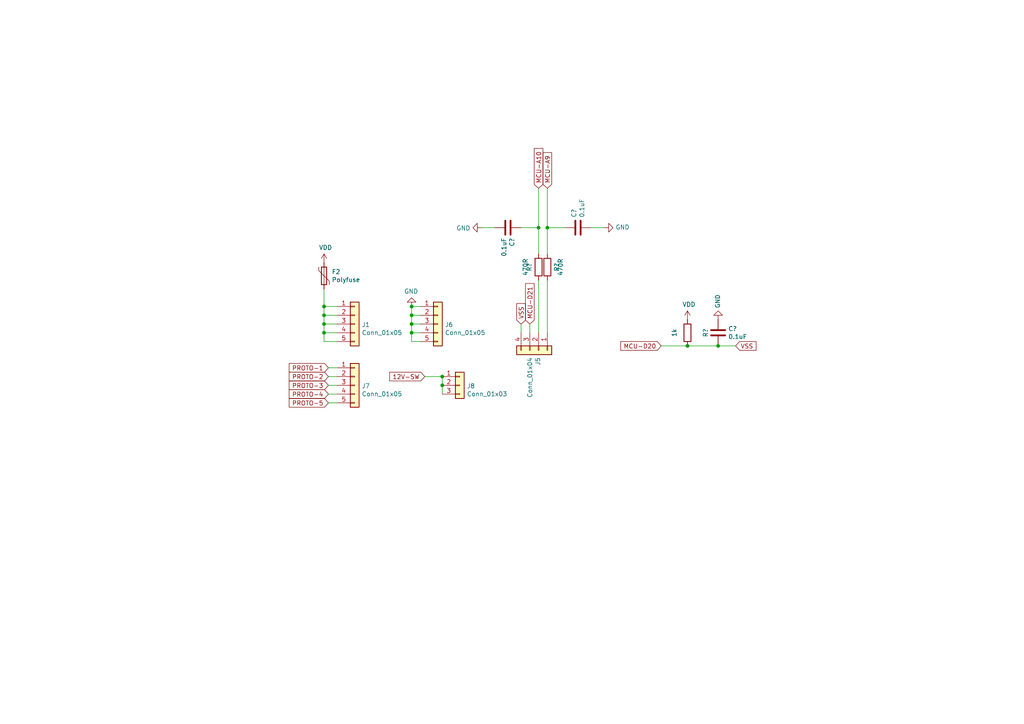
<source format=kicad_sch>
(kicad_sch (version 20250114) (generator "eeschema") (generator_version "9.0")
  (paper "A4")
  (title_block (title "0.4") (date "2021-03-27") (rev "4d") (company "Speeduino"))
  (lib_symbols
    (symbol "Connector_Generic:Conn_01x03" (pin_names (offset 1.016) (hide yes))
      (property "Reference" "J" (at 0 5.08 0))
      (property "Value" "Conn_01x03" (at 0 -5.08 0))
      (symbol "Conn_01x03_1_1"
        (rectangle (start -1.27 3.81) (end 1.27 -3.81) (stroke (width 0.254)) (fill (type background)))
        (rectangle (start -1.27 2.667) (end 0 2.413) (stroke (width 0.1524)))
        (rectangle (start -1.27 0.127) (end 0 -0.127) (stroke (width 0.1524)))
        (rectangle (start -1.27 -2.413) (end 0 -2.667) (stroke (width 0.1524)))
        (pin passive line (at -5.08 2.54 0) (length 3.81) (name "Pin_1") (number "1"))
        (pin passive line (at -5.08 0 0) (length 3.81) (name "Pin_2") (number "2"))
        (pin passive line (at -5.08 -2.54 0) (length 3.81) (name "Pin_3") (number "3"))
      )
    )
    (symbol "Connector_Generic:Conn_01x04" (pin_names (offset 1.016) (hide yes))
      (property "Reference" "J" (at 0 5.08 0))
      (property "Value" "Conn_01x04" (at 0 -7.62 0))
      (symbol "Conn_01x04_1_1"
        (rectangle (start -1.27 3.81) (end 1.27 -6.35) (stroke (width 0.254)) (fill (type background)))
        (rectangle (start -1.27 2.667) (end 0 2.413) (stroke (width 0.1524)))
        (rectangle (start -1.27 0.127) (end 0 -0.127) (stroke (width 0.1524)))
        (rectangle (start -1.27 -2.413) (end 0 -2.667) (stroke (width 0.1524)))
        (rectangle (start -1.27 -4.953) (end 0 -5.207) (stroke (width 0.1524)))
        (pin passive line (at -5.08 2.54 0) (length 3.81) (name "Pin_1") (number "1"))
        (pin passive line (at -5.08 0 0) (length 3.81) (name "Pin_2") (number "2"))
        (pin passive line (at -5.08 -2.54 0) (length 3.81) (name "Pin_3") (number "3"))
        (pin passive line (at -5.08 -5.08 0) (length 3.81) (name "Pin_4") (number "4"))
      )
    )
    (symbol "Connector_Generic:Conn_01x05" (pin_names (offset 1.016) (hide yes))
      (property "Reference" "J" (at 0 7.62 0))
      (property "Value" "Conn_01x05" (at 0 -7.62 0))
      (symbol "Conn_01x05_1_1"
        (rectangle (start -1.27 6.35) (end 1.27 -6.35) (stroke (width 0.254)) (fill (type background)))
        (rectangle (start -1.27 5.207) (end 0 4.953) (stroke (width 0.1524)))
        (rectangle (start -1.27 2.667) (end 0 2.413) (stroke (width 0.1524)))
        (rectangle (start -1.27 0.127) (end 0 -0.127) (stroke (width 0.1524)))
        (rectangle (start -1.27 -2.413) (end 0 -2.667) (stroke (width 0.1524)))
        (rectangle (start -1.27 -4.953) (end 0 -5.207) (stroke (width 0.1524)))
        (pin passive line (at -5.08 5.08 0) (length 3.81) (name "Pin_1") (number "1"))
        (pin passive line (at -5.08 2.54 0) (length 3.81) (name "Pin_2") (number "2"))
        (pin passive line (at -5.08 0 0) (length 3.81) (name "Pin_3") (number "3"))
        (pin passive line (at -5.08 -2.54 0) (length 3.81) (name "Pin_4") (number "4"))
        (pin passive line (at -5.08 -5.08 0) (length 3.81) (name "Pin_5") (number "5"))
      )
    )
    (symbol "Device:C" (pin_numbers (hide yes)) (pin_names (offset 0.254))
      (property "Reference" "C" (at 0.635 2.54 0))
      (property "Value" "C" (at 0.635 -2.54 0))
      (symbol "C_0_1"
        (polyline (pts (xy -2.032 0.762) (xy 2.032 0.762)) (stroke (width 0.508)))
        (polyline (pts (xy -2.032 -0.762) (xy 2.032 -0.762)) (stroke (width 0.508)))
      )
      (symbol "C_1_1"
        (pin passive line (at 0 3.81 270) (length 2.794) (name "~") (number "1"))
        (pin passive line (at 0 -3.81 90) (length 2.794) (name "~") (number "2"))
      )
    )
    (symbol "Device:Polyfuse" (pin_numbers (hide yes)) (pin_names (offset 0))
      (property "Reference" "F" (at -2.54 0 90))
      (property "Value" "Polyfuse" (at 2.54 0 90))
      (symbol "Polyfuse_0_1"
        (polyline (pts (xy -1.524 2.54) (xy -1.524 1.524) (xy 1.524 -1.524) (xy 1.524 -2.54)))
        (rectangle (start -0.762 2.54) (end 0.762 -2.54) (stroke (width 0.254)))
        (polyline (pts (xy 0 2.54) (xy 0 -2.54)))
      )
      (symbol "Polyfuse_1_1"
        (pin passive line (at 0 3.81 270) (length 1.27) (name "~") (number "1"))
        (pin passive line (at 0 -3.81 90) (length 1.27) (name "~") (number "2"))
      )
    )
    (symbol "Device:R" (pin_numbers (hide yes)) (pin_names (offset 0))
      (property "Reference" "R" (at 2.032 0 90))
      (property "Value" "R" (at 0 0 90))
      (symbol "R_0_1"
        (rectangle (start -1.016 -2.54) (end 1.016 2.54) (stroke (width 0.254)))
      )
      (symbol "R_1_1"
        (pin passive line (at 0 3.81 270) (length 1.27) (name "~") (number "1"))
        (pin passive line (at 0 -3.81 90) (length 1.27) (name "~") (number "2"))
      )
    )
    (symbol "power:GND" (power) (pin_numbers (hide yes)) (pin_names (offset 0) (hide yes))
      (property "Value" "GND" (at 0 -3.81 0))
      (symbol "GND_0_1"
        (polyline (pts (xy 0 0) (xy 0 -1.27) (xy 1.27 -1.27) (xy 0 -2.54) (xy -1.27 -1.27) (xy 0 -1.27)))
      )
      (symbol "GND_1_1"
        (pin power_in line (at 0 0 270) (length 0) (name "~") (number "1"))
      )
    )
    (symbol "power:VDD" (power) (pin_numbers (hide yes)) (pin_names (offset 0) (hide yes))
      (property "Value" "VDD" (at 0 3.556 0))
      (symbol "VDD_0_1"
        (polyline (pts (xy -0.762 1.27) (xy 0 2.54)))
        (polyline (pts (xy 0 2.54) (xy 0.762 1.27)))
        (polyline (pts (xy 0 0) (xy 0 2.54)))
      )
      (symbol "VDD_1_1"
        (pin power_in line (at 0 0 90) (length 0) (name "~") (number "1"))
      )
    )
  )
  (junction (at 93.98 91.44))
  (junction (at 93.98 88.9))
  (junction (at 93.98 96.52))
  (junction (at 119.38 93.98))
  (junction (at 158.75 66.04))
  (junction (at 156.21 66.04))
  (junction (at 128.27 109.22))
  (junction (at 119.38 88.9))
  (junction (at 119.38 96.52))
  (junction (at 128.27 111.76))
  (junction (at 208.28 100.33))
  (junction (at 93.98 93.98))
  (junction (at 119.38 91.44))
  (junction (at 199.39 100.33))
  (wire (pts (xy 158.75 66.04) (xy 158.75 73.66)))
  (wire (pts (xy 119.38 99.06) (xy 121.92 99.06)))
  (wire (pts (xy 97.79 99.06) (xy 93.98 99.06)))
  (wire (pts (xy 119.38 91.44) (xy 119.38 93.98)))
  (wire (pts (xy 156.21 54.61) (xy 156.21 66.04)))
  (wire (pts (xy 97.79 96.52) (xy 93.98 96.52)))
  (wire (pts (xy 97.79 91.44) (xy 93.98 91.44)))
  (wire (pts (xy 95.25 106.68) (xy 97.79 106.68)))
  (wire (pts (xy 119.38 96.52) (xy 119.38 99.06)))
  (wire (pts (xy 119.38 88.9) (xy 121.92 88.9)))
  (wire (pts (xy 95.25 111.76) (xy 97.79 111.76)))
  (wire (pts (xy 171.45 66.04) (xy 175.26 66.04)))
  (wire (pts (xy 213.36 100.33) (xy 208.28 100.33)))
  (wire (pts (xy 128.27 109.22) (xy 128.27 111.76)))
  (wire (pts (xy 123.19 109.22) (xy 128.27 109.22)))
  (wire (pts (xy 163.83 66.04) (xy 158.75 66.04)))
  (wire (pts (xy 93.98 83.82) (xy 93.98 88.9)))
  (wire (pts (xy 97.79 88.9) (xy 93.98 88.9)))
  (wire (pts (xy 158.75 81.28) (xy 158.75 96.52)))
  (wire (pts (xy 151.13 66.04) (xy 156.21 66.04)))
  (wire (pts (xy 93.98 96.52) (xy 93.98 99.06)))
  (wire (pts (xy 97.79 109.22) (xy 95.25 109.22)))
  (wire (pts (xy 97.79 114.3) (xy 95.25 114.3)))
  (wire (pts (xy 93.98 93.98) (xy 97.79 93.98)))
  (wire (pts (xy 119.38 91.44) (xy 121.92 91.44)))
  (wire (pts (xy 128.27 111.76) (xy 128.27 114.3)))
  (wire (pts (xy 93.98 96.52) (xy 93.98 93.98)))
  (wire (pts (xy 158.75 54.61) (xy 158.75 66.04)))
  (wire (pts (xy 208.28 100.33) (xy 199.39 100.33)))
  (wire (pts (xy 153.67 93.98) (xy 153.67 96.52)))
  (wire (pts (xy 143.51 66.04) (xy 139.7 66.04)))
  (wire (pts (xy 93.98 88.9) (xy 93.98 91.44)))
  (wire (pts (xy 156.21 81.28) (xy 156.21 96.52)))
  (wire (pts (xy 199.39 100.33) (xy 191.77 100.33)))
  (wire (pts (xy 93.98 91.44) (xy 93.98 93.98)))
  (wire (pts (xy 119.38 93.98) (xy 121.92 93.98)))
  (wire (pts (xy 95.25 116.84) (xy 97.79 116.84)))
  (wire (pts (xy 151.13 93.98) (xy 151.13 96.52)))
  (wire (pts (xy 119.38 93.98) (xy 119.38 96.52)))
  (wire (pts (xy 119.38 96.52) (xy 121.92 96.52)))
  (wire (pts (xy 119.38 88.9) (xy 119.38 91.44)))
  (wire (pts (xy 156.21 66.04) (xy 156.21 73.66)))
  (global_label "PROTO-5" (shape input) (at 95.25 116.84 180) (property "Intersheetrefs" "${INTERSHEET_REFS}" (effects (hide yes))))
  (global_label "MCU-A9" (shape input) (at 158.75 54.61 90) (property "Intersheetrefs" "${INTERSHEET_REFS}" (effects (hide yes))))
  (global_label "PROTO-3" (shape input) (at 95.25 111.76 180) (property "Intersheetrefs" "${INTERSHEET_REFS}" (effects (hide yes))))
  (global_label "PROTO-2" (shape input) (at 95.25 109.22 180) (property "Intersheetrefs" "${INTERSHEET_REFS}" (effects (hide yes))))
  (global_label "MCU-D20" (shape input) (at 191.77 100.33 180) (property "Intersheetrefs" "${INTERSHEET_REFS}" (effects (hide yes))))
  (global_label "VSS" (shape input) (at 151.13 93.98 90) (property "Intersheetrefs" "${INTERSHEET_REFS}" (effects (hide yes))))
  (global_label "PROTO-4" (shape input) (at 95.25 114.3 180) (property "Intersheetrefs" "${INTERSHEET_REFS}" (effects (hide yes))))
  (global_label "MCU-D21" (shape input) (at 153.67 93.98 90) (property "Intersheetrefs" "${INTERSHEET_REFS}" (effects (hide yes))))
  (global_label "PROTO-1" (shape input) (at 95.25 106.68 180) (property "Intersheetrefs" "${INTERSHEET_REFS}" (effects (hide yes))))
  (global_label "VSS" (shape input) (at 213.36 100.33 0) (property "Intersheetrefs" "${INTERSHEET_REFS}" (effects (hide yes))))
  (global_label "12V-SW" (shape input) (at 123.19 109.22 180) (property "Intersheetrefs" "${INTERSHEET_REFS}" (effects (hide yes))))
  (global_label "MCU-A10" (shape input) (at 156.21 54.61 90) (property "Intersheetrefs" "${INTERSHEET_REFS}" (effects (hide yes))))
  (symbol (lib_id "Connector_Generic:Conn_01x05") (at 102.87 93.98 0) (unit 1)
    (property "Reference" "J1" (at 104.902 94.1832 0) (effects (justify left)))
    (property "Value" "Conn_01x05" (at 104.902 96.4946 0) (effects (justify left)))
    (property "Footprint" "Connector_PinHeader_2.54mm:PinHeader_1x05_P2.54mm_Vertical" (effects (hide yes)))
  )
  (symbol (lib_id "Connector_Generic:Conn_01x05") (at 127 93.98 0) (unit 1)
    (property "Reference" "J6" (at 129.032 94.1832 0) (effects (justify left)))
    (property "Value" "Conn_01x05" (at 129.032 96.4946 0) (effects (justify left)))
    (property "Footprint" "Connector_PinHeader_2.54mm:PinHeader_1x05_P2.54mm_Vertical" (effects (hide yes)))
  )
  (symbol (lib_id "power:GND") (at 119.38 88.9 180) (unit 1)
    (property "Reference" "#PWR072" (effects (hide yes)))
    (property "Value" "GND" (at 119.253 84.5058 0))
  )
  (symbol (lib_id "Connector_Generic:Conn_01x04") (at 156.21 101.6 270) (unit 1)
    (property "Reference" "J5" (at 156.0068 103.632 0) (effects (justify left)))
    (property "Value" "Conn_01x04" (at 153.6954 103.632 0) (effects (justify left)))
    (property "Footprint" "Connector_PinHeader_2.54mm:PinHeader_1x04_P2.54mm_Vertical" (effects (hide yes)))
  )
  (symbol (lib_id "Device:R") (at 158.75 77.47 0) (unit 1)
    (property "Reference" "R63" (at 153.4922 77.47 90))
    (property "Value" "470R" (at 162.56 77.47 90))
    (property "Footprint" "Resistor_SMD:R_0805_2012Metric" (effects (hide yes)))
    (property "Manufacturer_Name" "Panasonic" (effects (hide yes)))
    (property "Manufacturer_Part_Number" "ERJ-6ENF4700V" (effects (hide yes)))
    (property "URL" "https://www.digikey.com/product-detail/en/panasonic-electronic-components/ERJ-6ENF4700V/P470CCT-ND/1746871" (effects (hide yes)))
    (property "Digikey Part Number" "P470CCT-ND" (effects (hide yes)))
    (instances (project "" (path "" (reference "R?") (unit 1)) (path "" (reference "R63") (unit 1))))
  )
  (symbol (lib_id "Device:C") (at 167.64 66.04 90) (unit 1)
    (property "Reference" "C23" (at 166.4716 63.119 0) (effects (justify left)))
    (property "Value" "0.1uF" (at 168.783 63.119 0) (effects (justify left)))
    (property "Footprint" "Capacitor_SMD:C_0805_2012Metric" (effects (hide yes)))
    (property "Digikey Part Number" "311-1140-1-ND" (effects (hide yes)))
    (property "Manufacturer_Name" "Yageo" (effects (hide yes)))
    (property "Manufacturer_Part_Number" "CC0805KRX7R9BB104" (effects (hide yes)))
    (property "URL" "https://www.digikey.com.au/product-detail/en/yageo/CC0805KRX7R9BB104/311-1140-1-ND/303050" (effects (hide yes)))
    (instances (project "" (path "" (reference "C?") (unit 1)) (path "" (reference "C23") (unit 1))))
  )
  (symbol (lib_id "Device:R") (at 156.21 77.47 180) (unit 1)
    (property "Reference" "R62" (at 161.4678 77.47 90))
    (property "Value" "470R" (at 152.4 77.47 90))
    (property "Footprint" "Resistor_SMD:R_0805_2012Metric" (effects (hide yes)))
    (property "Manufacturer_Name" "Panasonic" (effects (hide yes)))
    (property "Manufacturer_Part_Number" "ERJ-6ENF4700V" (effects (hide yes)))
    (property "URL" "https://www.digikey.com/product-detail/en/panasonic-electronic-components/ERJ-6ENF4700V/P470CCT-ND/1746871" (effects (hide yes)))
    (property "Digikey Part Number" "P470CCT-ND" (effects (hide yes)))
    (instances (project "" (path "" (reference "R?") (unit 1)) (path "" (reference "R62") (unit 1))))
  )
  (symbol (lib_id "Device:C") (at 147.32 66.04 270) (unit 1)
    (property "Reference" "C22" (at 148.4884 68.961 0) (effects (justify left)))
    (property "Value" "0.1uF" (at 146.177 68.961 0) (effects (justify left)))
    (property "Footprint" "Capacitor_SMD:C_0805_2012Metric" (effects (hide yes)))
    (property "Digikey Part Number" "311-1140-1-ND" (effects (hide yes)))
    (property "Manufacturer_Name" "Yageo" (effects (hide yes)))
    (property "Manufacturer_Part_Number" "CC0805KRX7R9BB104" (effects (hide yes)))
    (property "URL" "https://www.digikey.com.au/product-detail/en/yageo/CC0805KRX7R9BB104/311-1140-1-ND/303050" (effects (hide yes)))
    (instances (project "" (path "" (reference "C?") (unit 1)) (path "" (reference "C22") (unit 1))))
  )
  (symbol (lib_id "power:GND") (at 139.7 66.04 270) (unit 1)
    (property "Reference" "#PWR073" (effects (hide yes)))
    (property "Value" "GND" (at 136.4488 66.167 90) (effects (justify right)))
  )
  (symbol (lib_id "power:GND") (at 175.26 66.04 90) (unit 1)
    (property "Reference" "#PWR074" (effects (hide yes)))
    (property "Value" "GND" (at 178.5112 65.913 90) (effects (justify right)))
  )
  (symbol (lib_id "Connector_Generic:Conn_01x05") (at 102.87 111.76 0) (unit 1)
    (property "Reference" "J7" (at 104.902 111.9632 0) (effects (justify left)))
    (property "Value" "Conn_01x05" (at 104.902 114.2746 0) (effects (justify left)))
    (property "Footprint" "Connector_PinHeader_2.54mm:PinHeader_1x05_P2.54mm_Vertical" (effects (hide yes)))
  )
  (symbol (lib_id "Connector_Generic:Conn_01x03") (at 133.35 111.76 0) (unit 1)
    (property "Reference" "J8" (at 135.382 111.9632 0) (effects (justify left)))
    (property "Value" "Conn_01x03" (at 135.382 114.2746 0) (effects (justify left)))
    (property "Footprint" "Connector_PinHeader_2.54mm:PinHeader_1x03_P2.54mm_Vertical" (effects (hide yes)))
    (property "Spice_Primitive" "J" (effects (hide yes)))
    (property "Spice_Model" "Conn_01x03" (effects (hide yes)))
    (property "Spice_Netlist_Enabled" "Y" (effects (hide yes)))
  )
  (symbol (lib_id "Device:Polyfuse") (at 93.98 80.01 0) (unit 1)
    (property "Reference" "F2" (at 96.2152 78.8416 0) (effects (justify left)))
    (property "Value" "Polyfuse" (at 96.2152 81.153 0) (effects (justify left)))
    (property "Footprint" "Fuse:Fuse_1812_4532Metric" (effects (hide yes)))
    (property "Digikey Part Number" "507-1361-1-ND" (effects (hide yes)))
    (property "Manufacturer_Name" "Bel Fuse" (effects (hide yes)))
    (property "Manufacturer_Part_Number" "0ZCC0050FF2C" (effects (hide yes)))
    (property "URL" "https://www.digikey.com.au/product-detail/en/bel-fuse-inc/0ZCC0050FF2C/507-1361-1-ND/1560228" (effects (hide yes)))
  )
  (symbol (lib_id "power:VDD") (at 93.98 76.2 0) (unit 1)
    (property "Reference" "#PWR0120" (effects (hide yes)))
    (property "Value" "VDD" (at 94.4118 71.8058 0))
  )
  (symbol (lib_id "Device:R") (at 199.39 96.52 180) (unit 1)
    (property "Reference" "R54" (at 204.6478 96.52 90))
    (property "Value" "1k" (at 195.58 96.52 90))
    (property "Footprint" "Resistor_SMD:R_0805_2012Metric" (effects (hide yes)))
    (property "Manufacturer_Name" "Yageo" (effects (hide yes)))
    (property "Manufacturer_Part_Number" "RC0805FR-071KL" (effects (hide yes)))
    (property "Digikey Part Number" "311-1.00KCRCT-ND" (effects (hide yes)))
    (instances (project "" (path "" (reference "R?") (unit 1)) (path "" (reference "R54") (unit 1))))
  )
  (symbol (lib_id "Device:C") (at 208.28 96.52 0) (unit 1)
    (property "Reference" "C28" (at 211.201 95.3516 0) (effects (justify left)))
    (property "Value" "0.1uF" (at 211.201 97.663 0) (effects (justify left)))
    (property "Footprint" "Capacitor_SMD:C_0805_2012Metric" (effects (hide yes)))
    (property "Digikey Part Number" "311-1140-1-ND" (effects (hide yes)))
    (property "Manufacturer_Name" "Yageo" (effects (hide yes)))
    (property "Manufacturer_Part_Number" "CC0805KRX7R9BB104" (effects (hide yes)))
    (property "URL" "https://www.digikey.com.au/product-detail/en/yageo/CC0805KRX7R9BB104/311-1140-1-ND/303050" (effects (hide yes)))
    (instances (project "" (path "" (reference "C?") (unit 1)) (path "" (reference "C28") (unit 1))))
  )
  (symbol (lib_id "power:GND") (at 208.28 92.71 180) (unit 1)
    (property "Reference" "#PWR0121" (effects (hide yes)))
    (property "Value" "GND" (at 208.153 89.4588 90) (effects (justify right)))
  )
  (symbol (lib_id "power:VDD") (at 199.39 92.71 0) (unit 1)
    (property "Reference" "#PWR0122" (effects (hide yes)))
    (property "Value" "VDD" (at 199.8218 88.3158 0))
  )
)
</source>
